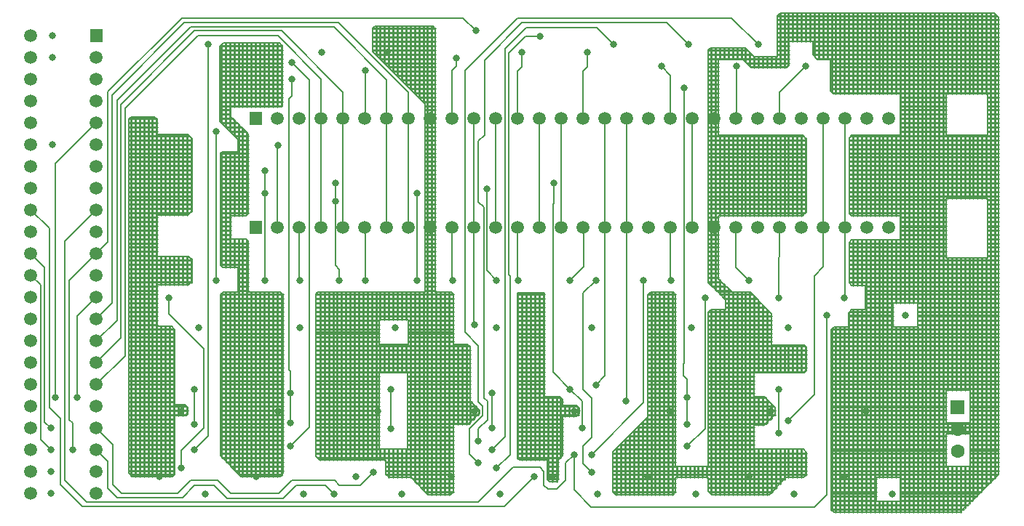
<source format=gbr>
%FSLAX34Y34*%
%MOMM*%
%LNCOPPER_BOTTOM*%
G71*
G01*
%ADD10C,1.600*%
%ADD11C,0.800*%
%ADD12C,1.500*%
%ADD13C,0.200*%
%ADD14C,0.250*%
%ADD15C,0.150*%
%LPD*%
G36*
X1098488Y291369D02*
X1114488Y291369D01*
X1114488Y275369D01*
X1098488Y275369D01*
X1098488Y291369D01*
G37*
X1106488Y257969D02*
G54D10*
D03*
X1106488Y232569D02*
G54D10*
D03*
X366712Y696913D02*
G54D11*
D03*
X442912Y696913D02*
G54D11*
D03*
X546100Y722312D02*
G54D11*
D03*
X523875Y690562D02*
G54D11*
D03*
X600075Y696912D02*
G54D11*
D03*
X676275Y696912D02*
G54D11*
D03*
X620712Y715962D02*
G54D11*
D03*
X234950Y706438D02*
G54D11*
D03*
X331787Y685800D02*
G54D11*
D03*
X331788Y665956D02*
G54D11*
D03*
X417512Y676275D02*
G54D11*
D03*
X706438Y706438D02*
G54D11*
D03*
X762000Y681038D02*
G54D11*
D03*
X793750Y706438D02*
G54D11*
D03*
X849312Y681038D02*
G54D11*
D03*
X874712Y706438D02*
G54D11*
D03*
X930275Y681038D02*
G54D11*
D03*
X244475Y604838D02*
G54D11*
D03*
X315912Y588962D02*
G54D11*
D03*
X300831Y559594D02*
G54D11*
D03*
X300831Y533400D02*
G54D11*
D03*
X382588Y544512D02*
G54D11*
D03*
X382588Y523875D02*
G54D11*
D03*
X477838Y533400D02*
G54D11*
D03*
X558800Y538162D02*
G54D11*
D03*
X636588Y544512D02*
G54D11*
D03*
X974725Y411162D02*
G54D11*
D03*
X898525Y411162D02*
G54D11*
D03*
X812800Y411162D02*
G54D11*
D03*
X863600Y431800D02*
G54D11*
D03*
X954088Y390525D02*
G54D11*
D03*
X773112Y431800D02*
G54D11*
D03*
X741362Y431800D02*
G54D11*
D03*
X685800Y431800D02*
G54D11*
D03*
X655638Y431800D02*
G54D11*
D03*
X595312Y431800D02*
G54D11*
D03*
X569912Y431800D02*
G54D11*
D03*
X519112Y431800D02*
G54D11*
D03*
X477838Y431800D02*
G54D11*
D03*
X417512Y431800D02*
G54D11*
D03*
X387350Y431800D02*
G54D11*
D03*
X341312Y431800D02*
G54D11*
D03*
X300831Y431800D02*
G54D11*
D03*
X244475Y431800D02*
G54D11*
D03*
X188912Y411162D02*
G54D11*
D03*
X223838Y376237D02*
G54D11*
D03*
X341312Y376237D02*
G54D11*
D03*
X452438Y376237D02*
G54D11*
D03*
X544512Y379412D02*
G54D11*
D03*
X569912Y376237D02*
G54D11*
D03*
X681038Y376237D02*
G54D11*
D03*
X796925Y376237D02*
G54D11*
D03*
X909638Y376237D02*
G54D11*
D03*
X1046162Y390525D02*
G54D11*
D03*
X1000125Y279400D02*
G54D11*
D03*
X889000Y279400D02*
G54D11*
D03*
X909638Y268288D02*
G54D11*
D03*
X898525Y304800D02*
G54D11*
D03*
X974725Y203200D02*
G54D11*
D03*
X863600Y203200D02*
G54D11*
D03*
X792162Y295275D02*
G54D11*
D03*
X771525Y279400D02*
G54D11*
D03*
X792162Y238125D02*
G54D11*
D03*
X746125Y203200D02*
G54D11*
D03*
X801687Y182563D02*
G54D11*
D03*
X915987Y182563D02*
G54D11*
D03*
X687387Y182563D02*
G54D11*
D03*
X635000Y203200D02*
G54D11*
D03*
X1030287Y182563D02*
G54D11*
D03*
X681038Y207962D02*
G54D11*
D03*
X681038Y228600D02*
G54D11*
D03*
X685800Y309562D02*
G54D11*
D03*
X655638Y304800D02*
G54D11*
D03*
X720725Y290512D02*
G54D11*
D03*
X660400Y279400D02*
G54D11*
D03*
X660400Y228600D02*
G54D11*
D03*
X544512Y279400D02*
G54D11*
D03*
X549275Y244475D02*
G54D11*
D03*
X549275Y219075D02*
G54D11*
D03*
X565150Y300038D02*
G54D11*
D03*
X565150Y259556D02*
G54D11*
D03*
X565150Y234156D02*
G54D11*
D03*
X569912Y212725D02*
G54D11*
D03*
X574675Y182563D02*
G54D11*
D03*
X614362Y203200D02*
G54D11*
D03*
X792162Y263525D02*
G54D11*
D03*
X669925Y259556D02*
G54D11*
D03*
X447675Y258762D02*
G54D11*
D03*
X447675Y304800D02*
G54D11*
D03*
X460375Y182563D02*
G54D11*
D03*
X517525Y203200D02*
G54D11*
D03*
X431800Y279400D02*
G54D11*
D03*
X427038Y207962D02*
G54D11*
D03*
X406400Y203200D02*
G54D11*
D03*
X381000Y182562D02*
G54D11*
D03*
X346075Y182563D02*
G54D11*
D03*
X231775Y182563D02*
G54D11*
D03*
X290513Y203200D02*
G54D11*
D03*
X330200Y238125D02*
G54D11*
D03*
X330200Y265112D02*
G54D11*
D03*
X330200Y300038D02*
G54D11*
D03*
X315912Y279400D02*
G54D11*
D03*
X219075Y304800D02*
G54D11*
D03*
X219075Y263525D02*
G54D11*
D03*
X219075Y234156D02*
G54D11*
D03*
X203200Y212725D02*
G54D11*
D03*
X177800Y203200D02*
G54D11*
D03*
X203200Y279400D02*
G54D11*
D03*
X898525Y254000D02*
G54D11*
D03*
G36*
X282668Y500503D02*
X297668Y500503D01*
X297668Y485503D01*
X282668Y485503D01*
X282668Y500503D01*
G37*
X315568Y493003D02*
G54D12*
D03*
X340968Y493003D02*
G54D12*
D03*
X366368Y493003D02*
G54D12*
D03*
X391768Y493003D02*
G54D12*
D03*
X417168Y493003D02*
G54D12*
D03*
X442568Y493003D02*
G54D12*
D03*
X467968Y493003D02*
G54D12*
D03*
X493368Y493003D02*
G54D12*
D03*
X518768Y493003D02*
G54D12*
D03*
X544168Y493003D02*
G54D12*
D03*
X569568Y493003D02*
G54D12*
D03*
X594968Y493003D02*
G54D12*
D03*
X620368Y493003D02*
G54D12*
D03*
X645768Y493003D02*
G54D12*
D03*
X671168Y493003D02*
G54D12*
D03*
X696568Y493003D02*
G54D12*
D03*
X721968Y493003D02*
G54D12*
D03*
X747368Y493003D02*
G54D12*
D03*
X772768Y493003D02*
G54D12*
D03*
X798168Y493003D02*
G54D12*
D03*
X823568Y493003D02*
G54D12*
D03*
X848968Y493003D02*
G54D12*
D03*
X874368Y493003D02*
G54D12*
D03*
X899768Y493003D02*
G54D12*
D03*
X925168Y493003D02*
G54D12*
D03*
X950568Y493003D02*
G54D12*
D03*
X975968Y493003D02*
G54D12*
D03*
X1001368Y493003D02*
G54D12*
D03*
X1026767Y493003D02*
G54D12*
D03*
G36*
X282668Y627503D02*
X297668Y627503D01*
X297668Y612503D01*
X282668Y612503D01*
X282668Y627503D01*
G37*
X315568Y620003D02*
G54D12*
D03*
X340968Y620003D02*
G54D12*
D03*
X366368Y620003D02*
G54D12*
D03*
X391768Y620003D02*
G54D12*
D03*
X417168Y620003D02*
G54D12*
D03*
X442568Y620003D02*
G54D12*
D03*
X467968Y620003D02*
G54D12*
D03*
X493368Y620003D02*
G54D12*
D03*
X518768Y620003D02*
G54D12*
D03*
X544168Y620003D02*
G54D12*
D03*
X569568Y620003D02*
G54D12*
D03*
X594968Y620003D02*
G54D12*
D03*
X620368Y620003D02*
G54D12*
D03*
X645768Y620003D02*
G54D12*
D03*
X671168Y620003D02*
G54D12*
D03*
X696568Y620003D02*
G54D12*
D03*
X721968Y620003D02*
G54D12*
D03*
X747368Y620003D02*
G54D12*
D03*
X772768Y620003D02*
G54D12*
D03*
X798168Y620003D02*
G54D12*
D03*
X823567Y620003D02*
G54D12*
D03*
X848968Y620003D02*
G54D12*
D03*
X874368Y620003D02*
G54D12*
D03*
X899768Y620003D02*
G54D12*
D03*
X925168Y620003D02*
G54D12*
D03*
X950568Y620003D02*
G54D12*
D03*
X975968Y620003D02*
G54D12*
D03*
X1001368Y620003D02*
G54D12*
D03*
X1026767Y620003D02*
G54D12*
D03*
G54D13*
X382588Y544512D02*
X382588Y449262D01*
X387350Y444500D01*
X387350Y431800D01*
G54D13*
X417512Y431800D02*
X417512Y492659D01*
X417168Y493003D01*
G54D13*
X477838Y431800D02*
X477838Y533400D01*
G54D13*
X655638Y431800D02*
X671512Y447675D01*
X671512Y492659D01*
X671168Y493003D01*
G54D13*
X772768Y493003D02*
X772768Y432144D01*
X773112Y431800D01*
G54D13*
X741362Y431800D02*
X741362Y288925D01*
X681038Y228600D01*
G54D13*
X792162Y263525D02*
X792162Y315912D01*
X787400Y320675D01*
G54D13*
X899768Y493003D02*
X899768Y459236D01*
X898525Y457994D01*
X898525Y411162D01*
G54D13*
X848968Y493003D02*
X848968Y446432D01*
X863600Y431800D01*
G54D13*
X812800Y411162D02*
X812800Y258762D01*
X792162Y238125D01*
G36*
X112209Y724256D02*
X112209Y709256D01*
X97209Y709256D01*
X97209Y724256D01*
X112209Y724256D01*
G37*
X28510Y716756D02*
G54D12*
D03*
X104709Y691356D02*
G54D12*
D03*
X28510Y691356D02*
G54D12*
D03*
X104709Y665956D02*
G54D12*
D03*
X28509Y665956D02*
G54D12*
D03*
X104709Y640556D02*
G54D12*
D03*
X28509Y640556D02*
G54D12*
D03*
X104709Y615156D02*
G54D12*
D03*
X28509Y615156D02*
G54D12*
D03*
X104709Y589756D02*
G54D12*
D03*
X28509Y589756D02*
G54D12*
D03*
X104709Y564356D02*
G54D12*
D03*
X28509Y564356D02*
G54D12*
D03*
X104709Y538956D02*
G54D12*
D03*
X28509Y538956D02*
G54D12*
D03*
X104709Y513556D02*
G54D12*
D03*
X28509Y513556D02*
G54D12*
D03*
X104709Y488156D02*
G54D12*
D03*
X28509Y488156D02*
G54D12*
D03*
X104709Y462756D02*
G54D12*
D03*
X28509Y462756D02*
G54D12*
D03*
X104709Y437356D02*
G54D12*
D03*
X28509Y437356D02*
G54D12*
D03*
X104709Y411956D02*
G54D12*
D03*
X28509Y411956D02*
G54D12*
D03*
X104709Y386556D02*
G54D12*
D03*
X28509Y386556D02*
G54D12*
D03*
X104709Y361156D02*
G54D12*
D03*
X28509Y361156D02*
G54D12*
D03*
X104709Y335756D02*
G54D12*
D03*
X28509Y335756D02*
G54D12*
D03*
X104709Y310356D02*
G54D12*
D03*
X28509Y310356D02*
G54D12*
D03*
X104709Y284956D02*
G54D12*
D03*
X28509Y284956D02*
G54D12*
D03*
X104709Y259556D02*
G54D12*
D03*
X28509Y259556D02*
G54D12*
D03*
X104709Y234156D02*
G54D12*
D03*
X28509Y234156D02*
G54D12*
D03*
X104709Y208755D02*
G54D12*
D03*
X28510Y208755D02*
G54D12*
D03*
X104709Y183356D02*
G54D12*
D03*
X28510Y183356D02*
G54D12*
D03*
X788194Y655638D02*
G54D11*
D03*
X51594Y208756D02*
G54D11*
D03*
X51594Y183356D02*
G54D11*
D03*
X51594Y234156D02*
G54D11*
D03*
X51594Y259556D02*
G54D11*
D03*
X76994Y234156D02*
G54D11*
D03*
X57150Y295275D02*
G54D11*
D03*
X82550Y295275D02*
G54D11*
D03*
X53181Y716756D02*
G54D11*
D03*
X53181Y691356D02*
G54D11*
D03*
X53181Y589756D02*
G54D11*
D03*
G54D13*
X104709Y615156D02*
X104709Y615090D01*
X57150Y567531D01*
X57150Y295275D01*
G54D13*
X82550Y295275D02*
X82550Y389796D01*
X104709Y411956D01*
G54D13*
X76994Y234156D02*
X76994Y265112D01*
X73025Y269081D01*
X73025Y431072D01*
X104709Y462756D01*
X104774Y462756D01*
X118269Y476250D01*
X118269Y651669D01*
X203994Y737394D01*
X531019Y737394D01*
X546100Y722312D01*
G54D13*
X28509Y437356D02*
X28576Y437356D01*
X39688Y426244D01*
X39688Y246062D01*
X51594Y234156D01*
G54D13*
X28509Y462756D02*
X28576Y462756D01*
X44450Y446881D01*
X44450Y266700D01*
X51594Y259556D01*
G54D13*
X28509Y513556D02*
X28576Y513556D01*
X50006Y492125D01*
X50006Y283369D01*
X62706Y270669D01*
X62706Y193675D01*
X88106Y168275D01*
X579438Y168275D01*
X614362Y203200D01*
G54D13*
X954088Y390525D02*
X954088Y181769D01*
X939800Y167481D01*
X680244Y167481D01*
X660400Y187325D01*
X660400Y228600D01*
X650875Y219075D01*
X650875Y198438D01*
X640556Y188119D01*
X630238Y188119D01*
X625475Y192881D01*
X625475Y208756D01*
X620712Y213519D01*
X589756Y213519D01*
X549275Y173038D01*
X93662Y173038D01*
X68262Y198438D01*
X68262Y477109D01*
X104709Y513556D01*
G54D13*
X219075Y304800D02*
X219075Y263525D01*
G54D13*
X188912Y411162D02*
X188912Y392112D01*
X229394Y351631D01*
X229394Y259556D01*
X203200Y233362D01*
X203200Y212725D01*
G54D13*
X234950Y706438D02*
X234950Y250031D01*
X219075Y234156D01*
G54D13*
X300831Y558800D02*
X300831Y533400D01*
X300831Y431800D01*
G54D13*
X340968Y493003D02*
X340968Y432144D01*
X341312Y431800D01*
G54D13*
X315568Y493003D02*
X315568Y588618D01*
X315912Y588962D01*
G54D13*
X331788Y665956D02*
X331788Y646112D01*
X328612Y642938D01*
X328612Y327025D01*
X330200Y325438D01*
X330200Y300038D01*
G54D13*
X331788Y685800D02*
X352425Y665162D01*
X352425Y260350D01*
X330200Y238125D01*
G54D13*
X330200Y300038D02*
X330200Y265112D01*
G54D13*
X447675Y304800D02*
X447675Y258762D01*
G54D13*
X565150Y300038D02*
X565150Y259556D01*
G54D13*
X104709Y234156D02*
X104776Y234156D01*
X118269Y220662D01*
X118269Y188912D01*
X128588Y178594D01*
X204788Y178594D01*
X219075Y192881D01*
X241300Y192881D01*
X256381Y177800D01*
X322262Y177800D01*
X337344Y192881D01*
X370681Y192881D01*
X381000Y182562D01*
G54D13*
X104709Y259556D02*
X104776Y259556D01*
X123825Y240506D01*
X123825Y193675D01*
X134144Y183356D01*
X199231Y183356D01*
X214312Y198438D01*
X246062Y198438D01*
X261144Y183356D01*
X316706Y183356D01*
X331788Y198438D01*
X381794Y198438D01*
X387350Y192881D01*
X411956Y192881D01*
X427038Y207962D01*
G54D13*
X671168Y620003D02*
X671168Y675137D01*
X676275Y680244D01*
X676275Y696912D01*
G54D13*
X594968Y620003D02*
X594968Y675137D01*
X600075Y680244D01*
X600075Y696912D01*
G54D13*
X772768Y620003D02*
X772768Y670270D01*
X762000Y681038D01*
G54D13*
X544168Y620003D02*
X544168Y493003D01*
X544168Y379757D01*
X544512Y379412D01*
G54D13*
X696568Y620003D02*
X696568Y493003D01*
X696568Y320330D01*
X685800Y309562D01*
G54D13*
X721968Y620003D02*
X721968Y493003D01*
X721968Y291756D01*
X720725Y290512D01*
G54D13*
X798168Y620003D02*
X798168Y493003D01*
G54D13*
X788194Y655638D02*
X788194Y334962D01*
X787400Y334169D01*
X787400Y320675D01*
G54D13*
X898525Y304800D02*
X898525Y254000D01*
G54D13*
X975968Y620003D02*
X975968Y493003D01*
X975968Y412405D01*
X974725Y411162D01*
G54D13*
X950568Y620003D02*
X950568Y493003D01*
X950568Y447330D01*
X939800Y436562D01*
X939800Y298450D01*
X909638Y268288D01*
G54D13*
X849312Y681038D02*
X849312Y620348D01*
X848968Y620003D01*
G54D13*
X899768Y620003D02*
X899768Y650530D01*
X930275Y681038D01*
G54D13*
X645768Y620003D02*
X645768Y493003D01*
G54D13*
X620368Y620003D02*
X620368Y493003D01*
G54D13*
X594968Y493003D02*
X594968Y432144D01*
X595312Y431800D01*
G54D13*
X569568Y620003D02*
X569568Y493003D01*
G54D13*
X518768Y493003D02*
X518768Y432144D01*
X519112Y431800D01*
G54D13*
X417512Y676275D02*
X417512Y620348D01*
X417168Y620003D01*
G54D13*
X518768Y620003D02*
X518768Y675930D01*
X523875Y681038D01*
X523875Y690562D01*
G54D13*
X366368Y493003D02*
X366368Y620003D01*
X366368Y666300D01*
X315912Y716756D01*
X223044Y716756D01*
X138112Y631825D01*
X138112Y343759D01*
X104709Y310356D01*
G54D13*
X391768Y493003D02*
X391768Y620003D01*
X391768Y650426D01*
X319881Y722312D01*
X219075Y722312D01*
X133350Y636588D01*
X133350Y364396D01*
X104709Y335756D01*
G54D13*
X442568Y493003D02*
X442568Y620003D01*
X442568Y665507D01*
X381000Y727075D01*
X214312Y727075D01*
X128588Y641350D01*
X128588Y385034D01*
X104709Y361156D01*
G54D13*
X467968Y493003D02*
X467968Y620003D01*
X467968Y650426D01*
X386556Y731838D01*
X207169Y731838D01*
X123031Y647700D01*
X123031Y404878D01*
X104709Y386556D01*
G54D13*
X685800Y431800D02*
X670719Y416719D01*
X670719Y304800D01*
X681038Y294481D01*
X681038Y248444D01*
X670719Y238125D01*
X670719Y218281D01*
X681038Y207962D01*
G54D13*
X669925Y259556D02*
X669925Y290512D01*
X655638Y304800D01*
X635794Y324644D01*
X635794Y520700D01*
X636588Y521494D01*
X636588Y544512D01*
G54D13*
X549275Y219075D02*
X538956Y229394D01*
X538956Y258762D01*
X554038Y273844D01*
X554038Y284956D01*
X549275Y289719D01*
X549275Y355600D01*
X533400Y371475D01*
X533400Y676275D01*
X594519Y737394D01*
X843756Y737394D01*
X874712Y706438D01*
G54D13*
X549275Y244475D02*
X549275Y258762D01*
X559594Y269081D01*
X559594Y290512D01*
X555625Y294481D01*
X555625Y516731D01*
X549275Y523081D01*
X549275Y593725D01*
X556419Y600869D01*
X556419Y688181D01*
X600075Y731838D01*
X768350Y731838D01*
X793750Y706438D01*
G54D13*
X565150Y234156D02*
X580231Y249238D01*
X580231Y701675D01*
X604838Y726281D01*
X686594Y726281D01*
X706438Y706438D01*
G54D13*
X569912Y212725D02*
X585788Y228600D01*
X585788Y436562D01*
X584200Y438150D01*
X584200Y696119D01*
X604044Y715962D01*
X620712Y715962D01*
G54D14*
X595000Y224150D02*
X595000Y416719D01*
X600000Y222250D02*
X600000Y416719D01*
X605000Y222250D02*
X605000Y416719D01*
X610000Y222250D02*
X610000Y416719D01*
X615000Y222250D02*
X615000Y416719D01*
X620000Y222250D02*
X620000Y416719D01*
X625000Y222250D02*
X625000Y416719D01*
X630000Y198675D02*
X630000Y296069D01*
X635000Y196850D02*
X635000Y296069D01*
X640000Y197088D02*
X640000Y296069D01*
X645000Y225106D02*
X645000Y294800D01*
X650000Y273050D02*
X650000Y285750D01*
X655000Y273050D02*
X655000Y285750D01*
X660000Y273050D02*
X660000Y285750D01*
X665000Y274475D02*
X665000Y284325D01*
X629444Y200000D02*
X642144Y200000D01*
X629444Y205000D02*
X642144Y205000D01*
X629444Y210000D02*
X642144Y210000D01*
X629444Y215000D02*
X642144Y215000D01*
X629444Y220000D02*
X642144Y220000D01*
X594519Y225000D02*
X644894Y225000D01*
X594519Y230000D02*
X646906Y230000D01*
X594519Y235000D02*
X646906Y235000D01*
X594519Y240000D02*
X646906Y240000D01*
X594519Y245000D02*
X646906Y245000D01*
X594519Y250000D02*
X646906Y250000D01*
X594519Y255000D02*
X646906Y255000D01*
X594519Y260000D02*
X646906Y260000D01*
X594519Y265000D02*
X646906Y265000D01*
X594519Y270000D02*
X646906Y270000D01*
X594519Y275000D02*
X665525Y275000D01*
X594519Y280000D02*
X666750Y280000D01*
X594519Y285000D02*
X664325Y285000D01*
X594519Y290000D02*
X646906Y290000D01*
X594519Y295000D02*
X644800Y295000D01*
X594519Y300000D02*
X626269Y300000D01*
X594519Y305000D02*
X626269Y305000D01*
X594519Y310000D02*
X626269Y310000D01*
X594519Y315000D02*
X626269Y315000D01*
X594519Y320000D02*
X626269Y320000D01*
X594519Y325000D02*
X626269Y325000D01*
X594519Y330000D02*
X626269Y330000D01*
X594519Y335000D02*
X626269Y335000D01*
X594519Y340000D02*
X626269Y340000D01*
X594519Y345000D02*
X626269Y345000D01*
X594519Y350000D02*
X626269Y350000D01*
X594519Y355000D02*
X626269Y355000D01*
X594519Y360000D02*
X626269Y360000D01*
X594519Y365000D02*
X626269Y365000D01*
X594519Y370000D02*
X626269Y370000D01*
X594519Y375000D02*
X626269Y375000D01*
X594519Y380000D02*
X626269Y380000D01*
X594519Y385000D02*
X626269Y385000D01*
X594519Y390000D02*
X626269Y390000D01*
X594519Y395000D02*
X626269Y395000D01*
X594519Y400000D02*
X626269Y400000D01*
X594519Y405000D02*
X626269Y405000D01*
X594519Y410000D02*
X626269Y410000D01*
X594519Y415000D02*
X626269Y415000D01*
G54D13*
X594519Y416719D02*
X626269Y416719D01*
X626269Y296069D01*
X643731Y296069D01*
X646906Y292894D01*
X646906Y285750D01*
X663575Y285750D01*
X666750Y282575D01*
X666750Y276225D01*
X663575Y273050D01*
X646906Y273050D01*
X646906Y227012D01*
X642144Y222250D01*
X642144Y199231D01*
X639762Y196850D01*
X631825Y196850D01*
X629444Y199231D01*
X629444Y221456D01*
X628650Y222250D01*
X596900Y222250D01*
X594519Y224631D01*
X594519Y416719D01*
G54D14*
X145000Y204250D02*
X145000Y622044D01*
X150000Y203200D02*
X150000Y622300D01*
X155000Y203200D02*
X155000Y622300D01*
X160000Y203200D02*
X160000Y622300D01*
X165000Y203200D02*
X165000Y622300D01*
X170000Y203200D02*
X170000Y622300D01*
X175000Y203200D02*
X175000Y619544D01*
X180000Y203200D02*
X180000Y377825D01*
X180000Y426244D02*
X180000Y459581D01*
X180000Y508000D02*
X180000Y601662D01*
X185000Y203200D02*
X185000Y377825D01*
X185000Y426244D02*
X185000Y459581D01*
X185000Y508000D02*
X185000Y601662D01*
X190000Y203200D02*
X190000Y377825D01*
X190000Y426244D02*
X190000Y459581D01*
X190000Y508000D02*
X190000Y601662D01*
X195000Y205319D02*
X195000Y374912D01*
X195000Y426244D02*
X195000Y459581D01*
X195000Y508000D02*
X195000Y601662D01*
X200000Y273844D02*
X200000Y286544D01*
X200000Y426244D02*
X200000Y459581D01*
X200000Y508000D02*
X200000Y601662D01*
X205000Y273844D02*
X205000Y286544D01*
X205000Y426244D02*
X205000Y459581D01*
X205000Y508000D02*
X205000Y601662D01*
X210000Y275881D02*
X210000Y284507D01*
X210000Y426244D02*
X210000Y459581D01*
X210000Y508000D02*
X210000Y601662D01*
X215000Y429313D02*
X215000Y456512D01*
X215000Y511863D02*
X215000Y597800D01*
X144250Y205000D02*
X194681Y205000D01*
X142081Y210000D02*
X195262Y210000D01*
X142081Y215000D02*
X195262Y215000D01*
X142081Y220000D02*
X195262Y220000D01*
X142081Y225000D02*
X195262Y225000D01*
X142081Y230000D02*
X195262Y230000D01*
X142081Y235000D02*
X195262Y235000D01*
X142081Y240000D02*
X195262Y240000D01*
X142081Y245000D02*
X195262Y245000D01*
X142081Y250000D02*
X195262Y250000D01*
X142081Y255000D02*
X195262Y255000D01*
X142081Y260000D02*
X195262Y260000D01*
X142081Y265000D02*
X195262Y265000D01*
X142081Y270000D02*
X195262Y270000D01*
X142081Y275000D02*
X209118Y275000D01*
X142081Y280000D02*
X211138Y280000D01*
X142081Y285000D02*
X209506Y285000D01*
X142081Y290000D02*
X195262Y290000D01*
X142081Y295000D02*
X195262Y295000D01*
X142081Y300000D02*
X195262Y300000D01*
X142081Y305000D02*
X195262Y305000D01*
X142081Y310000D02*
X195262Y310000D01*
X142081Y315000D02*
X195262Y315000D01*
X142081Y320000D02*
X195262Y320000D01*
X142081Y325000D02*
X195262Y325000D01*
X142081Y330000D02*
X195262Y330000D01*
X142081Y335000D02*
X195262Y335000D01*
X142081Y340000D02*
X195262Y340000D01*
X142081Y345000D02*
X195262Y345000D01*
X142081Y350000D02*
X195262Y350000D01*
X142081Y355000D02*
X195262Y355000D01*
X142081Y360000D02*
X195262Y360000D01*
X142081Y365000D02*
X195262Y365000D01*
X142081Y370000D02*
X195262Y370000D01*
X142081Y375000D02*
X194912Y375000D01*
X142081Y380000D02*
X175419Y380000D01*
X142081Y385000D02*
X175419Y385000D01*
X142081Y390000D02*
X175419Y390000D01*
X142081Y395000D02*
X175419Y395000D01*
X142081Y400000D02*
X175419Y400000D01*
X142081Y405000D02*
X175419Y405000D01*
X142081Y410000D02*
X175419Y410000D01*
X142081Y415000D02*
X175419Y415000D01*
X142081Y420000D02*
X175419Y420000D01*
X142081Y425000D02*
X175419Y425000D01*
X142081Y430000D02*
X215106Y430000D01*
X142081Y435000D02*
X215106Y435000D01*
X142081Y440000D02*
X215106Y440000D01*
X142081Y445000D02*
X215106Y445000D01*
X142081Y450000D02*
X215106Y450000D01*
X142081Y455000D02*
X215106Y455000D01*
X142081Y460000D02*
X175419Y460000D01*
X142081Y465000D02*
X175419Y465000D01*
X142081Y470000D02*
X175419Y470000D01*
X142081Y475000D02*
X175419Y475000D01*
X142081Y480000D02*
X175419Y480000D01*
X142081Y485000D02*
X175419Y485000D01*
X142081Y490000D02*
X175419Y490000D01*
X142081Y495000D02*
X175419Y495000D01*
X142081Y500000D02*
X175419Y500000D01*
X142081Y505000D02*
X175419Y505000D01*
X142081Y510000D02*
X213137Y510000D01*
X142081Y515000D02*
X215106Y515000D01*
X142081Y520000D02*
X215106Y520000D01*
X142081Y525000D02*
X215106Y525000D01*
X142081Y530000D02*
X215106Y530000D01*
X142081Y535000D02*
X215106Y535000D01*
X142081Y540000D02*
X215106Y540000D01*
X142081Y545000D02*
X215106Y545000D01*
X142081Y550000D02*
X215106Y550000D01*
X142081Y555000D02*
X215106Y555000D01*
X142081Y560000D02*
X215106Y560000D01*
X142081Y565000D02*
X215106Y565000D01*
X142081Y570000D02*
X215106Y570000D01*
X142081Y575000D02*
X215106Y575000D01*
X142081Y580000D02*
X215106Y580000D01*
X142081Y585000D02*
X215106Y585000D01*
X142081Y590000D02*
X215106Y590000D01*
X142081Y595000D02*
X215106Y595000D01*
X142081Y600000D02*
X212800Y600000D01*
X142081Y605000D02*
X175419Y605000D01*
X142081Y610000D02*
X175419Y610000D01*
X142081Y615000D02*
X175419Y615000D01*
X142956Y620000D02*
X174544Y620000D01*
G54D13*
X145256Y622300D02*
X172244Y622300D01*
X175419Y619125D01*
X175419Y602456D01*
X176212Y601662D01*
X211138Y601662D01*
X215106Y597694D01*
X215106Y511969D01*
X211138Y508000D01*
X175419Y508000D01*
X175419Y459581D01*
X211931Y459581D01*
X215106Y456406D01*
X215106Y429419D01*
X211931Y426244D01*
X175419Y426244D01*
X175419Y377825D01*
X192088Y377825D01*
X195262Y374650D01*
X195262Y286544D01*
X207962Y286544D01*
X211138Y283369D01*
X211138Y277019D01*
X207962Y273844D01*
X195262Y273844D01*
X195262Y205581D01*
X192881Y203200D01*
X146050Y203200D01*
X142081Y207169D01*
X142081Y619125D01*
X145256Y622300D01*
G54D13*
X244475Y431800D02*
X244475Y604838D01*
G54D14*
X250000Y226250D02*
X250000Y415893D01*
X250000Y448500D02*
X250000Y580200D01*
X250000Y615188D02*
X250000Y705612D01*
X255000Y221250D02*
X255000Y418306D01*
X255000Y446881D02*
X255000Y581025D01*
X255000Y610188D02*
X255000Y708025D01*
X260000Y216250D02*
X260000Y418306D01*
X260000Y446881D02*
X260000Y581025D01*
X260000Y605187D02*
X260000Y708025D01*
X265000Y211250D02*
X265000Y418306D01*
X265000Y446881D02*
X265000Y479425D01*
X265000Y507206D02*
X265000Y581025D01*
X265000Y600187D02*
X265000Y618444D01*
X265000Y634206D02*
X265000Y708025D01*
X270000Y206250D02*
X270000Y479425D01*
X270000Y507206D02*
X270000Y613444D01*
X270000Y634206D02*
X270000Y708025D01*
X275000Y203200D02*
X275000Y479425D01*
X275000Y507206D02*
X275000Y608444D01*
X275000Y634206D02*
X275000Y708025D01*
X280000Y203200D02*
X280000Y478032D01*
X280000Y508600D02*
X280000Y603444D01*
X280000Y634206D02*
X280000Y708025D01*
X285000Y203200D02*
X285000Y418306D01*
X285000Y634206D02*
X285000Y708025D01*
X290000Y203200D02*
X290000Y418306D01*
X290000Y634206D02*
X290000Y708025D01*
X295000Y203200D02*
X295000Y418306D01*
X295000Y634206D02*
X295000Y708025D01*
X300000Y203200D02*
X300000Y418306D01*
X300000Y634206D02*
X300000Y708025D01*
X305000Y203200D02*
X305000Y418306D01*
X305000Y634206D02*
X305000Y708025D01*
X310000Y203200D02*
X310000Y418306D01*
X310000Y634206D02*
X310000Y708025D01*
X315000Y203200D02*
X315000Y418306D01*
X315000Y634206D02*
X315000Y708025D01*
X320000Y204906D02*
X320000Y416600D01*
X320000Y635118D02*
X320000Y705525D01*
X271250Y205000D02*
X320094Y205000D01*
X266250Y210000D02*
X322262Y210000D01*
X261250Y215000D02*
X322262Y215000D01*
X256250Y220000D02*
X322262Y220000D01*
X251250Y225000D02*
X322262Y225000D01*
X249238Y230000D02*
X322262Y230000D01*
X249238Y235000D02*
X322262Y235000D01*
X249238Y240000D02*
X322262Y240000D01*
X249238Y245000D02*
X322262Y245000D01*
X249238Y250000D02*
X322262Y250000D01*
X249238Y255000D02*
X322262Y255000D01*
X249238Y260000D02*
X322262Y260000D01*
X249238Y265000D02*
X322262Y265000D01*
X249238Y270000D02*
X322262Y270000D01*
X249238Y275000D02*
X322262Y275000D01*
X249238Y280000D02*
X322262Y280000D01*
X249238Y285000D02*
X322262Y285000D01*
X249238Y290000D02*
X322262Y290000D01*
X249238Y295000D02*
X322262Y295000D01*
X249238Y300000D02*
X322262Y300000D01*
X249238Y305000D02*
X322262Y305000D01*
X249238Y310000D02*
X322262Y310000D01*
X249238Y315000D02*
X322262Y315000D01*
X249238Y320000D02*
X322262Y320000D01*
X249238Y325000D02*
X322262Y325000D01*
X249238Y330000D02*
X322262Y330000D01*
X249238Y335000D02*
X322262Y335000D01*
X249238Y340000D02*
X322262Y340000D01*
X249238Y345000D02*
X322262Y345000D01*
X249238Y350000D02*
X322262Y350000D01*
X249238Y355000D02*
X322262Y355000D01*
X249238Y360000D02*
X322262Y360000D01*
X249238Y365000D02*
X322262Y365000D01*
X249238Y370000D02*
X322262Y370000D01*
X249238Y375000D02*
X322262Y375000D01*
X249238Y380000D02*
X322262Y380000D01*
X249238Y385000D02*
X322262Y385000D01*
X249238Y390000D02*
X322262Y390000D01*
X249238Y395000D02*
X322262Y395000D01*
X249238Y400000D02*
X322262Y400000D01*
X249238Y405000D02*
X322262Y405000D01*
X249238Y410000D02*
X322262Y410000D01*
X249238Y415000D02*
X321600Y415000D01*
X269081Y420000D02*
X280988Y420000D01*
X269081Y425000D02*
X280988Y425000D01*
X269081Y430000D02*
X280988Y430000D01*
X269081Y435000D02*
X280988Y435000D01*
X269081Y440000D02*
X280988Y440000D01*
X269081Y445000D02*
X280988Y445000D01*
X249238Y450000D02*
X280988Y450000D01*
X249238Y455000D02*
X280988Y455000D01*
X249238Y460000D02*
X280988Y460000D01*
X249238Y465000D02*
X280988Y465000D01*
X249238Y470000D02*
X280988Y470000D01*
X249238Y475000D02*
X280988Y475000D01*
X249238Y480000D02*
X261144Y480000D01*
X249238Y485000D02*
X261144Y485000D01*
X249238Y490000D02*
X261144Y490000D01*
X249238Y495000D02*
X261144Y495000D01*
X249238Y500000D02*
X261144Y500000D01*
X249238Y505000D02*
X261144Y505000D01*
X249238Y510000D02*
X280988Y510000D01*
X249238Y515000D02*
X280988Y515000D01*
X249238Y520000D02*
X280988Y520000D01*
X249238Y525000D02*
X280988Y525000D01*
X249238Y530000D02*
X280988Y530000D01*
X249238Y535000D02*
X280988Y535000D01*
X249238Y540000D02*
X280988Y540000D01*
X249238Y545000D02*
X280988Y545000D01*
X249238Y550000D02*
X280988Y550000D01*
X249238Y555000D02*
X280988Y555000D01*
X249238Y560000D02*
X280988Y560000D01*
X249238Y565000D02*
X280988Y565000D01*
X249238Y570000D02*
X280988Y570000D01*
X249238Y575000D02*
X280988Y575000D01*
X249800Y580000D02*
X280988Y580000D01*
X269081Y585000D02*
X280988Y585000D01*
X269081Y590000D02*
X280988Y590000D01*
X269081Y595000D02*
X280988Y595000D01*
X265187Y600000D02*
X280988Y600000D01*
X260187Y605000D02*
X278444Y605000D01*
X255188Y610000D02*
X273444Y610000D01*
X250188Y615000D02*
X268444Y615000D01*
X248444Y620000D02*
X263444Y620000D01*
X248444Y625000D02*
X260350Y625000D01*
X248444Y630000D02*
X260350Y630000D01*
X248444Y635000D02*
X319882Y635000D01*
X248444Y640000D02*
X321469Y640000D01*
X248444Y645000D02*
X321469Y645000D01*
X248444Y650000D02*
X321469Y650000D01*
X248444Y655000D02*
X321469Y655000D01*
X248444Y660000D02*
X321469Y660000D01*
X248444Y665000D02*
X321469Y665000D01*
X248444Y670000D02*
X321469Y670000D01*
X248444Y675000D02*
X321469Y675000D01*
X248444Y680000D02*
X321469Y680000D01*
X248444Y685000D02*
X321469Y685000D01*
X248444Y690000D02*
X321469Y690000D01*
X248444Y695000D02*
X321469Y695000D01*
X248444Y700000D02*
X321469Y700000D01*
X249388Y705000D02*
X320525Y705000D01*
G54D13*
X248444Y704056D02*
X252412Y708025D01*
X317500Y708025D01*
X321469Y704056D01*
X321469Y636588D01*
X319088Y634206D01*
X260350Y634206D01*
X260350Y623094D01*
X280988Y602456D01*
X280988Y509588D01*
X278606Y507206D01*
X261144Y507206D01*
X261144Y479425D01*
X278606Y479425D01*
X280988Y477044D01*
X280988Y418306D01*
X318294Y418306D01*
X322262Y414338D01*
X322262Y207169D01*
X318294Y203200D01*
X273050Y203200D01*
X249238Y227012D01*
X249238Y415131D01*
X252412Y418306D01*
X269081Y418306D01*
X269081Y446881D01*
X251619Y446881D01*
X249238Y449262D01*
X249238Y579438D01*
X250825Y581025D01*
X269081Y581025D01*
X269081Y596106D01*
X248444Y616744D01*
X248444Y704056D01*
G54D14*
X365000Y371475D02*
X365000Y418306D01*
X370000Y371475D02*
X370000Y418306D01*
X375000Y371475D02*
X375000Y418306D01*
X380000Y371475D02*
X380000Y418306D01*
X385000Y371475D02*
X385000Y418306D01*
X390000Y371475D02*
X390000Y418306D01*
X395000Y371475D02*
X395000Y418306D01*
X400000Y371475D02*
X400000Y418306D01*
X405000Y371475D02*
X405000Y418306D01*
X410000Y371475D02*
X410000Y418306D01*
X415000Y371475D02*
X415000Y418306D01*
X420000Y371475D02*
X420000Y418306D01*
X425000Y371475D02*
X425000Y418306D01*
X430000Y371475D02*
X430000Y418306D01*
X430000Y694744D02*
X430000Y727869D01*
X435000Y385762D02*
X435000Y418306D01*
X435000Y689744D02*
X435000Y727869D01*
X440000Y385762D02*
X440000Y418306D01*
X440000Y684744D02*
X440000Y727869D01*
X445000Y385762D02*
X445000Y418306D01*
X445000Y679744D02*
X445000Y727869D01*
X450000Y385762D02*
X450000Y418306D01*
X450000Y674744D02*
X450000Y727869D01*
X455000Y385762D02*
X455000Y418306D01*
X455000Y669744D02*
X455000Y727869D01*
X460000Y385762D02*
X460000Y418306D01*
X460000Y664743D02*
X460000Y727869D01*
X465000Y385762D02*
X465000Y418306D01*
X465000Y659743D02*
X465000Y727869D01*
X470000Y371475D02*
X470000Y418306D01*
X470000Y654743D02*
X470000Y727869D01*
X475000Y371475D02*
X475000Y418306D01*
X475000Y649743D02*
X475000Y727869D01*
X480000Y371475D02*
X480000Y418306D01*
X480000Y644743D02*
X480000Y727869D01*
X485000Y371475D02*
X485000Y418306D01*
X485000Y639743D02*
X485000Y727869D01*
X490000Y371475D02*
X490000Y727869D01*
X495000Y371475D02*
X495000Y727869D01*
X500000Y371475D02*
X500000Y417512D01*
X505000Y371475D02*
X505000Y417512D01*
X510000Y371475D02*
X510000Y417512D01*
X515000Y371475D02*
X515000Y417512D01*
X360362Y375000D02*
X433388Y375000D01*
X467519Y375000D02*
X519906Y375000D01*
X360362Y380000D02*
X433388Y380000D01*
X467519Y380000D02*
X519906Y380000D01*
X360362Y385000D02*
X433419Y385000D01*
X467488Y385000D02*
X519906Y385000D01*
X360362Y390000D02*
X519906Y390000D01*
X360362Y395000D02*
X519906Y395000D01*
X360362Y400000D02*
X519906Y400000D01*
X360362Y405000D02*
X519906Y405000D01*
X360362Y410000D02*
X519906Y410000D01*
X360362Y415000D02*
X519906Y415000D01*
X487362Y420000D02*
X499269Y420000D01*
X487362Y425000D02*
X499269Y425000D01*
X487362Y430000D02*
X499269Y430000D01*
X487362Y435000D02*
X499269Y435000D01*
X487362Y440000D02*
X499269Y440000D01*
X487362Y445000D02*
X499269Y445000D01*
X487362Y450000D02*
X499269Y450000D01*
X487362Y455000D02*
X499269Y455000D01*
X487362Y460000D02*
X499269Y460000D01*
X487362Y465000D02*
X499269Y465000D01*
X487362Y470000D02*
X499269Y470000D01*
X487362Y475000D02*
X499269Y475000D01*
X487362Y480000D02*
X499269Y480000D01*
X487362Y485000D02*
X499269Y485000D01*
X487362Y490000D02*
X499269Y490000D01*
X487362Y495000D02*
X499269Y495000D01*
X487362Y500000D02*
X499269Y500000D01*
X487362Y505000D02*
X499269Y505000D01*
X487362Y510000D02*
X499269Y510000D01*
X487362Y515000D02*
X499269Y515000D01*
X487362Y520000D02*
X499269Y520000D01*
X487362Y525000D02*
X499269Y525000D01*
X487362Y530000D02*
X499269Y530000D01*
X487362Y535000D02*
X499269Y535000D01*
X487362Y540000D02*
X499269Y540000D01*
X487362Y545000D02*
X499269Y545000D01*
X487362Y550000D02*
X499269Y550000D01*
X487362Y555000D02*
X499269Y555000D01*
X487362Y560000D02*
X499269Y560000D01*
X487362Y565000D02*
X499269Y565000D01*
X487362Y570000D02*
X499269Y570000D01*
X487362Y575000D02*
X499269Y575000D01*
X487362Y580000D02*
X499269Y580000D01*
X487362Y585000D02*
X499269Y585000D01*
X487362Y590000D02*
X499269Y590000D01*
X487362Y595000D02*
X499269Y595000D01*
X487362Y600000D02*
X499269Y600000D01*
X487362Y605000D02*
X499269Y605000D01*
X487362Y610000D02*
X499269Y610000D01*
X487362Y615000D02*
X499269Y615000D01*
X487362Y620000D02*
X499269Y620000D01*
X487362Y625000D02*
X499269Y625000D01*
X487362Y630000D02*
X499269Y630000D01*
X487362Y635000D02*
X499269Y635000D01*
X484743Y640000D02*
X499269Y640000D01*
X479743Y645000D02*
X499269Y645000D01*
X474743Y650000D02*
X499269Y650000D01*
X469743Y655000D02*
X499269Y655000D01*
X464743Y660000D02*
X499269Y660000D01*
X459743Y665000D02*
X499269Y665000D01*
X454744Y670000D02*
X499269Y670000D01*
X449744Y675000D02*
X499269Y675000D01*
X444744Y680000D02*
X499269Y680000D01*
X439744Y685000D02*
X499269Y685000D01*
X434744Y690000D02*
X499269Y690000D01*
X429744Y695000D02*
X499269Y695000D01*
X426244Y700000D02*
X499269Y700000D01*
X426244Y705000D02*
X499269Y705000D01*
X426244Y710000D02*
X499269Y710000D01*
X426244Y715000D02*
X499269Y715000D01*
X426244Y720000D02*
X499269Y720000D01*
X426244Y725000D02*
X498963Y725000D01*
G54D15*
X496094Y727869D02*
X499269Y724694D01*
X499269Y417512D01*
X517525Y417512D01*
X519906Y415131D01*
X519906Y371475D01*
X467519Y371475D01*
X467519Y384969D01*
X466725Y385762D01*
X434181Y385762D01*
X433388Y384969D01*
X433388Y371475D01*
X360362Y371475D01*
X360362Y415925D01*
X362744Y418306D01*
X487362Y418306D01*
X487362Y637381D01*
X426244Y698500D01*
X426244Y725488D01*
X428625Y727869D01*
X496094Y727869D01*
G54D14*
X365000Y279400D02*
X365000Y371475D01*
X370000Y279400D02*
X370000Y371475D01*
X375000Y279400D02*
X375000Y371475D01*
X380000Y279400D02*
X380000Y371475D01*
X385000Y279400D02*
X385000Y371475D01*
X390000Y279400D02*
X390000Y371475D01*
X395000Y279400D02*
X395000Y371475D01*
X400000Y279400D02*
X400000Y371475D01*
X405000Y279400D02*
X405000Y371475D01*
X410000Y279400D02*
X410000Y371475D01*
X415000Y279400D02*
X415000Y371475D01*
X420000Y279400D02*
X420000Y371475D01*
X425000Y279400D02*
X425000Y371475D01*
X430000Y279400D02*
X430000Y371475D01*
X435000Y324644D02*
X435000Y357188D01*
X440000Y324644D02*
X440000Y357188D01*
X445000Y324644D02*
X445000Y357188D01*
X450000Y324644D02*
X450000Y357188D01*
X455000Y324644D02*
X455000Y357188D01*
X460000Y324644D02*
X460000Y357188D01*
X465000Y324644D02*
X465000Y357188D01*
X470000Y279400D02*
X470000Y371475D01*
X475000Y279400D02*
X475000Y371475D01*
X480000Y279400D02*
X480000Y371475D01*
X485000Y279400D02*
X485000Y371475D01*
X490000Y279400D02*
X490000Y371475D01*
X495000Y279400D02*
X495000Y371475D01*
X500000Y279400D02*
X500000Y371475D01*
X505000Y279400D02*
X505000Y371475D01*
X510000Y279400D02*
X510000Y371475D01*
X515000Y279400D02*
X515000Y371475D01*
X520000Y279400D02*
X520000Y357188D01*
X525000Y279400D02*
X525000Y357188D01*
X530000Y279400D02*
X530000Y357188D01*
X535000Y279400D02*
X535000Y357188D01*
X540000Y279400D02*
X540000Y291056D01*
X545000Y279400D02*
X545000Y286057D01*
X550000Y279400D02*
X550000Y281057D01*
X360362Y280000D02*
X432400Y280000D01*
X466725Y280000D02*
X550069Y280000D01*
X360362Y285000D02*
X433388Y285000D01*
X466725Y285000D02*
X546057Y285000D01*
X360362Y290000D02*
X433388Y290000D01*
X466725Y290000D02*
X541056Y290000D01*
X360362Y295000D02*
X433388Y295000D01*
X466725Y295000D02*
X539750Y295000D01*
X360362Y300000D02*
X433388Y300000D01*
X466725Y300000D02*
X539750Y300000D01*
X360362Y305000D02*
X433388Y305000D01*
X466725Y305000D02*
X539750Y305000D01*
X360362Y310000D02*
X433388Y310000D01*
X466725Y310000D02*
X539750Y310000D01*
X360362Y315000D02*
X433388Y315000D01*
X466725Y315000D02*
X539750Y315000D01*
X360362Y320000D02*
X433388Y320000D01*
X466725Y320000D02*
X539750Y320000D01*
X360362Y325000D02*
X539750Y325000D01*
X360362Y330000D02*
X539750Y330000D01*
X360362Y335000D02*
X539750Y335000D01*
X360362Y340000D02*
X539750Y340000D01*
X360362Y345000D02*
X539750Y345000D01*
X360362Y350000D02*
X539750Y350000D01*
X360362Y355000D02*
X538762Y355000D01*
X360362Y360000D02*
X433388Y360000D01*
X467519Y360000D02*
X519906Y360000D01*
X360362Y365000D02*
X433388Y365000D01*
X467519Y365000D02*
X519906Y365000D01*
X360362Y370000D02*
X433388Y370000D01*
X467519Y370000D02*
X519906Y370000D01*
G54D15*
X433388Y371475D02*
X433388Y357188D01*
X467519Y357188D01*
X467519Y371475D01*
X519906Y371475D01*
X519906Y357188D01*
X536575Y357188D01*
X539750Y354012D01*
X539750Y291306D01*
X550069Y280988D01*
X550069Y279400D01*
X466725Y279400D01*
X466725Y324644D01*
X433388Y324644D01*
X433388Y280988D01*
X431800Y279400D01*
X360362Y279400D01*
X360362Y371475D01*
X433388Y371475D01*
G54D14*
X365000Y222250D02*
X365000Y279400D01*
X370000Y222250D02*
X370000Y279400D01*
X375000Y222250D02*
X375000Y279400D01*
X380000Y222250D02*
X380000Y279400D01*
X385000Y222250D02*
X385000Y279400D01*
X390000Y222250D02*
X390000Y279400D01*
X395000Y222250D02*
X395000Y279400D01*
X400000Y222250D02*
X400000Y279400D01*
X405000Y222250D02*
X405000Y279400D01*
X410000Y222250D02*
X410000Y279400D01*
X415000Y222250D02*
X415000Y279400D01*
X420000Y222250D02*
X420000Y279400D01*
X425000Y222250D02*
X425000Y279400D01*
X430000Y222250D02*
X430000Y279400D01*
X435000Y222250D02*
X435000Y234950D01*
X440000Y222250D02*
X440000Y234950D01*
X445000Y201906D02*
X445000Y234950D01*
X450000Y201612D02*
X450000Y234950D01*
X455000Y201612D02*
X455000Y234950D01*
X460000Y201612D02*
X460000Y234950D01*
X465000Y201612D02*
X465000Y234950D01*
X470000Y201612D02*
X470000Y279400D01*
X475000Y197306D02*
X475000Y279400D01*
X480000Y192306D02*
X480000Y279400D01*
X485000Y187307D02*
X485000Y279400D01*
X490000Y182307D02*
X490000Y279400D01*
X495000Y181769D02*
X495000Y279400D01*
X500000Y181769D02*
X500000Y279400D01*
X505000Y181769D02*
X505000Y279400D01*
X510000Y181769D02*
X510000Y279400D01*
X515000Y181769D02*
X515000Y279400D01*
X520000Y263525D02*
X520000Y279400D01*
X525000Y263525D02*
X525000Y279400D01*
X530000Y263525D02*
X530000Y279400D01*
X535000Y263525D02*
X535000Y279400D01*
X540000Y266156D02*
X540000Y279400D01*
X545000Y271156D02*
X545000Y279400D01*
X550000Y276156D02*
X550000Y279400D01*
X487307Y185000D02*
X519906Y185000D01*
X482307Y190000D02*
X519906Y190000D01*
X477306Y195000D02*
X519906Y195000D01*
X472306Y200000D02*
X519906Y200000D01*
X441906Y205000D02*
X519906Y205000D01*
X441325Y210000D02*
X519906Y210000D01*
X441325Y215000D02*
X519906Y215000D01*
X441325Y220000D02*
X519906Y220000D01*
X361581Y225000D02*
X519906Y225000D01*
X360362Y230000D02*
X519906Y230000D01*
X360362Y235000D02*
X433388Y235000D01*
X466725Y235000D02*
X519906Y235000D01*
X360362Y240000D02*
X433388Y240000D01*
X466725Y240000D02*
X519906Y240000D01*
X360362Y245000D02*
X433388Y245000D01*
X466725Y245000D02*
X519906Y245000D01*
X360362Y250000D02*
X433388Y250000D01*
X466725Y250000D02*
X519906Y250000D01*
X360362Y255000D02*
X433388Y255000D01*
X466725Y255000D02*
X519906Y255000D01*
X360362Y260000D02*
X433388Y260000D01*
X466725Y260000D02*
X519906Y260000D01*
X360362Y265000D02*
X433388Y265000D01*
X466725Y265000D02*
X538844Y265000D01*
X360362Y270000D02*
X433388Y270000D01*
X466725Y270000D02*
X543844Y270000D01*
X360362Y275000D02*
X433388Y275000D01*
X466725Y275000D02*
X548844Y275000D01*
G54D15*
X360362Y279400D02*
X360362Y226219D01*
X364331Y222250D01*
X441325Y222250D01*
X441325Y205581D01*
X445294Y201612D01*
X470694Y201612D01*
X490538Y181769D01*
X516731Y181769D01*
X519906Y184944D01*
X519906Y263525D01*
X537369Y263525D01*
X550069Y276225D01*
X550069Y279400D01*
X466725Y279400D01*
X466725Y234950D01*
X433388Y234950D01*
X433388Y277812D01*
X431800Y279400D01*
X360362Y279400D01*
G54D14*
X710000Y181769D02*
X710000Y236131D01*
X715000Y181769D02*
X715000Y241131D01*
X720000Y181769D02*
X720000Y246131D01*
X725000Y181769D02*
X725000Y251131D01*
X730000Y181769D02*
X730000Y256131D01*
X735000Y181769D02*
X735000Y261131D01*
X740000Y181769D02*
X740000Y266131D01*
X745000Y181769D02*
X745000Y271131D01*
X750000Y181769D02*
X750000Y417512D01*
X755000Y181769D02*
X755000Y417512D01*
X760000Y181769D02*
X760000Y417512D01*
X765000Y181769D02*
X765000Y417512D01*
X770000Y181769D02*
X770000Y417512D01*
X775000Y181769D02*
X775000Y417512D01*
X780000Y201612D02*
X780000Y214312D01*
X785000Y201612D02*
X785000Y214312D01*
X790000Y201612D02*
X790000Y214312D01*
X795000Y201612D02*
X795000Y214312D01*
X800000Y201612D02*
X800000Y214312D01*
X805000Y201612D02*
X805000Y214312D01*
X810000Y201612D02*
X810000Y214312D01*
X815000Y201612D02*
X815000Y214312D01*
X820000Y182507D02*
X820000Y397669D01*
X825000Y181769D02*
X825000Y397669D01*
X830000Y181769D02*
X830000Y397669D01*
X830000Y415393D02*
X830000Y417512D01*
X835000Y181769D02*
X835000Y397669D01*
X835000Y410393D02*
X835000Y417512D01*
X840000Y181769D02*
X840000Y417512D01*
X845000Y181769D02*
X845000Y417512D01*
X850000Y181769D02*
X850000Y417512D01*
X855000Y181769D02*
X855000Y417512D01*
X860000Y181769D02*
X860000Y417512D01*
X865000Y181769D02*
X865000Y417512D01*
X870000Y181769D02*
X870000Y234950D01*
X870000Y262731D02*
X870000Y296069D01*
X870000Y324644D02*
X870000Y412700D01*
X875000Y181769D02*
X875000Y234950D01*
X875000Y262731D02*
X875000Y296069D01*
X875000Y324644D02*
X875000Y407700D01*
X880000Y181769D02*
X880000Y234950D01*
X880000Y262731D02*
X880000Y296069D01*
X880000Y324644D02*
X880000Y402700D01*
X885000Y181769D02*
X885000Y234950D01*
X885000Y265875D02*
X885000Y292925D01*
X885000Y324644D02*
X885000Y397700D01*
X890000Y184357D02*
X890000Y234950D01*
X890000Y270875D02*
X890000Y287925D01*
X890000Y324644D02*
X890000Y356394D01*
X895000Y189357D02*
X895000Y234950D01*
X895000Y324644D02*
X895000Y356394D01*
X900000Y194356D02*
X900000Y234950D01*
X900000Y324644D02*
X900000Y356394D01*
X905000Y199356D02*
X905000Y234950D01*
X905000Y324644D02*
X905000Y356394D01*
X910000Y201612D02*
X910000Y234950D01*
X910000Y324644D02*
X910000Y356394D01*
X915000Y201612D02*
X915000Y234950D01*
X915000Y324644D02*
X915000Y356394D01*
X920000Y201612D02*
X920000Y234950D01*
X920000Y324644D02*
X920000Y356394D01*
X925000Y201612D02*
X925000Y234950D01*
X925000Y324644D02*
X925000Y356394D01*
X930000Y204512D02*
X930000Y232050D01*
X930000Y326750D02*
X930000Y354288D01*
X705644Y185000D02*
X778669Y185000D01*
X817507Y185000D02*
X890643Y185000D01*
X705644Y190000D02*
X778669Y190000D01*
X816769Y190000D02*
X895643Y190000D01*
X705644Y195000D02*
X778669Y195000D01*
X816769Y195000D02*
X900644Y195000D01*
X705644Y200000D02*
X778669Y200000D01*
X816769Y200000D02*
X905644Y200000D01*
X705644Y205000D02*
X930488Y205000D01*
X705644Y210000D02*
X931069Y210000D01*
X705644Y215000D02*
X778669Y215000D01*
X816769Y215000D02*
X931069Y215000D01*
X705644Y220000D02*
X778669Y220000D01*
X816769Y220000D02*
X931069Y220000D01*
X705644Y225000D02*
X778669Y225000D01*
X816769Y225000D02*
X931069Y225000D01*
X705644Y230000D02*
X778669Y230000D01*
X816769Y230000D02*
X931069Y230000D01*
X708869Y235000D02*
X778669Y235000D01*
X816769Y235000D02*
X869950Y235000D01*
X713869Y240000D02*
X778669Y240000D01*
X816769Y240000D02*
X869950Y240000D01*
X718869Y245000D02*
X778669Y245000D01*
X816769Y245000D02*
X869950Y245000D01*
X723869Y250000D02*
X778669Y250000D01*
X816769Y250000D02*
X869950Y250000D01*
X728869Y255000D02*
X778669Y255000D01*
X816769Y255000D02*
X869950Y255000D01*
X733869Y260000D02*
X778669Y260000D01*
X816769Y260000D02*
X869950Y260000D01*
X738869Y265000D02*
X778669Y265000D01*
X816769Y265000D02*
X884125Y265000D01*
X743869Y270000D02*
X778669Y270000D01*
X816769Y270000D02*
X889125Y270000D01*
X746125Y275000D02*
X778669Y275000D01*
X816769Y275000D02*
X894125Y275000D01*
X746125Y280000D02*
X778669Y280000D01*
X816769Y280000D02*
X894556Y280000D01*
X746125Y285000D02*
X778669Y285000D01*
X816769Y285000D02*
X892925Y285000D01*
X746125Y290000D02*
X778669Y290000D01*
X816769Y290000D02*
X887925Y290000D01*
X746125Y295000D02*
X778669Y295000D01*
X816769Y295000D02*
X882925Y295000D01*
X746125Y300000D02*
X778669Y300000D01*
X816769Y300000D02*
X869950Y300000D01*
X746125Y305000D02*
X778669Y305000D01*
X816769Y305000D02*
X869950Y305000D01*
X746125Y310000D02*
X778669Y310000D01*
X816769Y310000D02*
X869950Y310000D01*
X746125Y315000D02*
X778669Y315000D01*
X816769Y315000D02*
X869950Y315000D01*
X746125Y320000D02*
X778669Y320000D01*
X816769Y320000D02*
X869950Y320000D01*
X746125Y325000D02*
X778669Y325000D01*
X816769Y325000D02*
X928250Y325000D01*
X746125Y330000D02*
X778669Y330000D01*
X816769Y330000D02*
X931069Y330000D01*
X746125Y335000D02*
X778669Y335000D01*
X816769Y335000D02*
X931069Y335000D01*
X746125Y340000D02*
X778669Y340000D01*
X816769Y340000D02*
X931069Y340000D01*
X746125Y345000D02*
X778669Y345000D01*
X816769Y345000D02*
X931069Y345000D01*
X746125Y350000D02*
X778669Y350000D01*
X816769Y350000D02*
X931069Y350000D01*
X746125Y355000D02*
X778669Y355000D01*
X816769Y355000D02*
X929288Y355000D01*
X746125Y360000D02*
X778669Y360000D01*
X816769Y360000D02*
X889794Y360000D01*
X746125Y365000D02*
X778669Y365000D01*
X816769Y365000D02*
X889794Y365000D01*
X746125Y370000D02*
X778669Y370000D01*
X816769Y370000D02*
X889794Y370000D01*
X746125Y375000D02*
X778669Y375000D01*
X816769Y375000D02*
X889794Y375000D01*
X746125Y380000D02*
X778669Y380000D01*
X816769Y380000D02*
X889794Y380000D01*
X746125Y385000D02*
X778669Y385000D01*
X816769Y385000D02*
X889794Y385000D01*
X746125Y390000D02*
X778669Y390000D01*
X816769Y390000D02*
X889794Y390000D01*
X746125Y395000D02*
X778669Y395000D01*
X817275Y395000D02*
X887700Y395000D01*
X746125Y400000D02*
X778669Y400000D01*
X836612Y400000D02*
X882700Y400000D01*
X746125Y405000D02*
X778669Y405000D01*
X836612Y405000D02*
X877700Y405000D01*
X746125Y410000D02*
X778669Y410000D01*
X835393Y410000D02*
X872700Y410000D01*
X746787Y415000D02*
X778007Y415000D01*
X830393Y415000D02*
X867700Y415000D01*
G54D15*
X749300Y417512D02*
X746125Y414338D01*
X746125Y272256D01*
X705644Y231775D01*
X705644Y184944D01*
X708819Y181769D01*
X775494Y181769D01*
X778669Y184944D01*
X778669Y201612D01*
X816769Y201612D01*
X816769Y185738D01*
X820738Y181769D01*
X887412Y181769D01*
X907256Y201612D01*
X927100Y201612D01*
X931069Y205581D01*
X931069Y230981D01*
X927100Y234950D01*
X869950Y234950D01*
X869950Y262731D01*
X881856Y262731D01*
X894556Y275431D01*
X894556Y283369D01*
X881856Y296069D01*
X869950Y296069D01*
X869950Y324644D01*
X927894Y324644D01*
X931069Y327819D01*
X931069Y353219D01*
X927894Y356394D01*
X889794Y356394D01*
X889794Y392906D01*
X865188Y417512D01*
X827881Y417512D01*
X836612Y408781D01*
X836612Y397669D01*
X819944Y397669D01*
X816769Y394494D01*
X816769Y214312D01*
X778669Y214312D01*
X778669Y414338D01*
X775494Y417512D01*
X749300Y417512D01*
G54D14*
X820000Y425394D02*
X820000Y702469D01*
X825000Y420393D02*
X825000Y702469D01*
X830000Y417512D02*
X830000Y432063D01*
X830000Y507206D02*
X830000Y600869D01*
X830000Y689769D02*
X830000Y702469D01*
X835000Y417512D02*
X835000Y427063D01*
X835000Y507206D02*
X835000Y600869D01*
X835000Y689769D02*
X835000Y702469D01*
X840000Y417512D02*
X840000Y422062D01*
X840000Y507206D02*
X840000Y600869D01*
X840000Y689769D02*
X840000Y702469D01*
X845000Y507206D02*
X845000Y600869D01*
X845000Y689769D02*
X845000Y702469D01*
X850000Y507206D02*
X850000Y600869D01*
X850000Y689769D02*
X850000Y702469D01*
X855000Y507206D02*
X855000Y600869D01*
X855000Y689769D02*
X855000Y702469D01*
X860000Y507206D02*
X860000Y600869D01*
X860000Y686225D02*
X860000Y702100D01*
X865000Y507206D02*
X865000Y600869D01*
X865000Y681225D02*
X865000Y697100D01*
X870000Y507206D02*
X870000Y600869D01*
X870000Y679450D02*
X870000Y692150D01*
X875000Y507206D02*
X875000Y600869D01*
X875000Y679450D02*
X875000Y692150D01*
X880000Y507206D02*
X880000Y600869D01*
X880000Y679450D02*
X880000Y692150D01*
X885000Y507206D02*
X885000Y600869D01*
X885000Y679450D02*
X885000Y692150D01*
X890000Y507206D02*
X890000Y600869D01*
X890000Y679450D02*
X890000Y692150D01*
X895000Y507206D02*
X895000Y600869D01*
X895000Y679450D02*
X895000Y692150D01*
X900000Y507206D02*
X900000Y600869D01*
X900000Y679450D02*
X900000Y710406D01*
X905000Y507206D02*
X905000Y600869D01*
X905000Y679450D02*
X905000Y710406D01*
X910000Y507206D02*
X910000Y600869D01*
X910000Y682194D02*
X910000Y710406D01*
X915000Y507206D02*
X915000Y600869D01*
X920000Y507206D02*
X920000Y600869D01*
X925000Y507206D02*
X925000Y600869D01*
X930000Y510900D02*
X930000Y597175D01*
X825393Y420000D02*
X842062Y420000D01*
X820394Y425000D02*
X837062Y425000D01*
X816769Y430000D02*
X832063Y430000D01*
X816769Y435000D02*
X828675Y435000D01*
X816769Y440000D02*
X828675Y440000D01*
X816769Y445000D02*
X828675Y445000D01*
X816769Y450000D02*
X828675Y450000D01*
X816769Y455000D02*
X828675Y455000D01*
X816769Y460000D02*
X828675Y460000D01*
X816769Y465000D02*
X828675Y465000D01*
X816769Y470000D02*
X828675Y470000D01*
X816769Y475000D02*
X828675Y475000D01*
X816769Y480000D02*
X828675Y480000D01*
X816769Y485000D02*
X828675Y485000D01*
X816769Y490000D02*
X828675Y490000D01*
X816769Y495000D02*
X828675Y495000D01*
X816769Y500000D02*
X828675Y500000D01*
X816769Y505000D02*
X828675Y505000D01*
X816769Y510000D02*
X929100Y510000D01*
X816769Y515000D02*
X930275Y515000D01*
X816769Y520000D02*
X930275Y520000D01*
X816769Y525000D02*
X930275Y525000D01*
X816769Y530000D02*
X930275Y530000D01*
X816769Y535000D02*
X930275Y535000D01*
X816769Y540000D02*
X930275Y540000D01*
X816769Y545000D02*
X930275Y545000D01*
X816769Y550000D02*
X930275Y550000D01*
X816769Y555000D02*
X930275Y555000D01*
X816769Y560000D02*
X930275Y560000D01*
X816769Y565000D02*
X930275Y565000D01*
X816769Y570000D02*
X930275Y570000D01*
X816769Y575000D02*
X930275Y575000D01*
X816769Y580000D02*
X930275Y580000D01*
X816769Y585000D02*
X930275Y585000D01*
X816769Y590000D02*
X930275Y590000D01*
X816769Y595000D02*
X930275Y595000D01*
X816769Y600000D02*
X927175Y600000D01*
X816769Y605000D02*
X828675Y605000D01*
X816769Y610000D02*
X828675Y610000D01*
X816769Y615000D02*
X828675Y615000D01*
X816769Y620000D02*
X828675Y620000D01*
X816769Y625000D02*
X828675Y625000D01*
X816769Y630000D02*
X828675Y630000D01*
X816769Y635000D02*
X828675Y635000D01*
X816769Y640000D02*
X828675Y640000D01*
X816769Y645000D02*
X828675Y645000D01*
X816769Y650000D02*
X828675Y650000D01*
X816769Y655000D02*
X828675Y655000D01*
X816769Y660000D02*
X828675Y660000D01*
X816769Y665000D02*
X828675Y665000D01*
X816769Y670000D02*
X828675Y670000D01*
X816769Y675000D02*
X828675Y675000D01*
X816769Y680000D02*
X828675Y680000D01*
X866225Y680000D02*
X907806Y680000D01*
X816769Y685000D02*
X828675Y685000D01*
X861225Y685000D02*
X910431Y685000D01*
X816769Y690000D02*
X910431Y690000D01*
X816769Y695000D02*
X867100Y695000D01*
X896938Y695000D02*
X910431Y695000D01*
X816769Y700000D02*
X862100Y700000D01*
X896938Y700000D02*
X910431Y700000D01*
X896938Y705000D02*
X910431Y705000D01*
X896938Y710000D02*
X910431Y710000D01*
G54D15*
X827881Y417512D02*
X845344Y417512D01*
X844550Y417512D01*
X828675Y433388D01*
X828675Y507206D01*
X926306Y507206D01*
X930275Y511175D01*
X930275Y596900D01*
X926306Y600869D01*
X828675Y600869D01*
X828675Y689769D01*
X856456Y689769D01*
X866775Y679450D01*
X907256Y679450D01*
X910431Y682625D01*
X910431Y710406D01*
X896938Y710406D01*
X896938Y692150D01*
X869950Y692150D01*
X859631Y702469D01*
X819150Y702469D01*
X816769Y700088D01*
X816769Y428625D01*
X827881Y417512D01*
G54D14*
X900000Y710406D02*
X900000Y742838D01*
X905000Y710406D02*
X905000Y742950D01*
X910000Y710406D02*
X910000Y742950D01*
X915000Y710406D02*
X915000Y742950D01*
X920000Y710406D02*
X920000Y742950D01*
X925000Y710406D02*
X925000Y742950D01*
X930000Y710406D02*
X930000Y742950D01*
X935000Y710406D02*
X935000Y742950D01*
X940000Y692743D02*
X940000Y742950D01*
X945000Y689769D02*
X945000Y742950D01*
X950000Y689769D02*
X950000Y742950D01*
X955000Y689769D02*
X955000Y742950D01*
X960000Y651312D02*
X960000Y742950D01*
X965000Y649288D02*
X965000Y742950D01*
X970000Y649288D02*
X970000Y742950D01*
X975000Y649288D02*
X975000Y742950D01*
X980000Y649288D02*
X980000Y742950D01*
X985000Y649288D02*
X985000Y742950D01*
X990000Y649288D02*
X990000Y742950D01*
X995000Y649288D02*
X995000Y742950D01*
X1000000Y649288D02*
X1000000Y742950D01*
X1005000Y649288D02*
X1005000Y742950D01*
X1010000Y649288D02*
X1010000Y742950D01*
X1015000Y649288D02*
X1015000Y742950D01*
X1020000Y649288D02*
X1020000Y742950D01*
X1025000Y649288D02*
X1025000Y742950D01*
X1030000Y649288D02*
X1030000Y742950D01*
X1035000Y649288D02*
X1035000Y742950D01*
X1040000Y619919D02*
X1040000Y742950D01*
X1045000Y619919D02*
X1045000Y742950D01*
X1050000Y619919D02*
X1050000Y742950D01*
X1055000Y619919D02*
X1055000Y742950D01*
X1060000Y619919D02*
X1060000Y742950D01*
X1065000Y619919D02*
X1065000Y742950D01*
X1070000Y619919D02*
X1070000Y742950D01*
X1075000Y619919D02*
X1075000Y742950D01*
X1080000Y619919D02*
X1080000Y742950D01*
X1085000Y619919D02*
X1085000Y742950D01*
X1090000Y619919D02*
X1090000Y742950D01*
X1095000Y649288D02*
X1095000Y742950D01*
X1100000Y649288D02*
X1100000Y742950D01*
X1105000Y649288D02*
X1105000Y742950D01*
X1110000Y649288D02*
X1110000Y742950D01*
X1115000Y649288D02*
X1115000Y742950D01*
X1120000Y649288D02*
X1120000Y742950D01*
X1125000Y649288D02*
X1125000Y742950D01*
X1130000Y649288D02*
X1130000Y742950D01*
X1135000Y649288D02*
X1135000Y742950D01*
X1140000Y649288D02*
X1140000Y742950D01*
X1145000Y619919D02*
X1145000Y742950D01*
X1150000Y619919D02*
X1150000Y742300D01*
X1039812Y620000D02*
X1092994Y620000D01*
X1141412Y620000D02*
X1154112Y620000D01*
X1039812Y625000D02*
X1092994Y625000D01*
X1141412Y625000D02*
X1154112Y625000D01*
X1039812Y630000D02*
X1092994Y630000D01*
X1141412Y630000D02*
X1154112Y630000D01*
X1039812Y635000D02*
X1092994Y635000D01*
X1141412Y635000D02*
X1154112Y635000D01*
X1039812Y640000D02*
X1092994Y640000D01*
X1141412Y640000D02*
X1154112Y640000D01*
X1039812Y645000D02*
X1092994Y645000D01*
X1141412Y645000D02*
X1154112Y645000D01*
X961313Y650000D02*
X1154112Y650000D01*
X958850Y655000D02*
X1154112Y655000D01*
X958850Y660000D02*
X1154112Y660000D01*
X958850Y665000D02*
X1154112Y665000D01*
X958850Y670000D02*
X1154112Y670000D01*
X958850Y675000D02*
X1154112Y675000D01*
X958850Y680000D02*
X1154112Y680000D01*
X958850Y685000D02*
X1154112Y685000D01*
X942744Y690000D02*
X1154112Y690000D01*
X938212Y695000D02*
X1154112Y695000D01*
X938212Y700000D02*
X1154112Y700000D01*
X938212Y705000D02*
X1154112Y705000D01*
X938212Y710000D02*
X1154112Y710000D01*
X896938Y715000D02*
X1154112Y715000D01*
X896938Y720000D02*
X1154112Y720000D01*
X896938Y725000D02*
X1154112Y725000D01*
X896938Y730000D02*
X1154112Y730000D01*
X896938Y735000D02*
X1154112Y735000D01*
X897163Y740000D02*
X1152300Y740000D01*
G54D15*
X938212Y710406D02*
X938212Y694531D01*
X942975Y689769D01*
X958850Y689769D01*
X958850Y652462D01*
X962025Y649288D01*
X1039812Y649288D01*
X1039812Y619919D01*
X1092994Y619919D01*
X1092994Y649288D01*
X1141412Y649288D01*
X1141412Y619919D01*
X1154112Y619919D01*
X1154112Y738188D01*
X1149350Y742950D01*
X900112Y742950D01*
X896938Y739775D01*
X896938Y710406D01*
X938212Y710406D01*
G54D14*
X985000Y506412D02*
X985000Y600869D01*
X990000Y506412D02*
X990000Y600869D01*
X995000Y506412D02*
X995000Y600869D01*
X1000000Y506412D02*
X1000000Y600869D01*
X1005000Y506412D02*
X1005000Y600869D01*
X1010000Y506412D02*
X1010000Y600869D01*
X1015000Y506412D02*
X1015000Y600869D01*
X1020000Y506412D02*
X1020000Y600869D01*
X1025000Y506412D02*
X1025000Y600869D01*
X1030000Y506412D02*
X1030000Y600869D01*
X1035000Y506412D02*
X1035000Y600869D01*
X1040000Y492919D02*
X1040000Y619919D01*
X1045000Y492919D02*
X1045000Y619919D01*
X1050000Y492919D02*
X1050000Y619919D01*
X1055000Y492919D02*
X1055000Y619919D01*
X1060000Y492919D02*
X1060000Y619919D01*
X1065000Y492919D02*
X1065000Y619919D01*
X1070000Y492919D02*
X1070000Y619919D01*
X1075000Y492919D02*
X1075000Y619919D01*
X1080000Y492919D02*
X1080000Y619919D01*
X1085000Y492919D02*
X1085000Y619919D01*
X1090000Y492919D02*
X1090000Y619919D01*
X1095000Y527050D02*
X1095000Y600869D01*
X1100000Y527050D02*
X1100000Y600869D01*
X1105000Y527050D02*
X1105000Y600869D01*
X1110000Y527050D02*
X1110000Y600869D01*
X1115000Y527050D02*
X1115000Y600869D01*
X1120000Y527050D02*
X1120000Y600869D01*
X1125000Y527050D02*
X1125000Y600869D01*
X1130000Y527050D02*
X1130000Y600869D01*
X1135000Y527050D02*
X1135000Y600869D01*
X1140000Y527050D02*
X1140000Y600869D01*
X1145000Y492919D02*
X1145000Y619919D01*
X1150000Y492919D02*
X1150000Y619919D01*
X1039812Y495000D02*
X1092994Y495000D01*
X1141412Y495000D02*
X1154112Y495000D01*
X1039812Y500000D02*
X1092994Y500000D01*
X1141412Y500000D02*
X1154112Y500000D01*
X1039812Y505000D02*
X1092994Y505000D01*
X1141412Y505000D02*
X1154112Y505000D01*
X980281Y510000D02*
X1092994Y510000D01*
X1141412Y510000D02*
X1154112Y510000D01*
X980281Y515000D02*
X1092994Y515000D01*
X1141412Y515000D02*
X1154112Y515000D01*
X980281Y520000D02*
X1092994Y520000D01*
X1141412Y520000D02*
X1154112Y520000D01*
X980281Y525000D02*
X1092994Y525000D01*
X1141412Y525000D02*
X1154112Y525000D01*
X980281Y530000D02*
X1154112Y530000D01*
X980281Y535000D02*
X1154112Y535000D01*
X980281Y540000D02*
X1154112Y540000D01*
X980281Y545000D02*
X1154112Y545000D01*
X980281Y550000D02*
X1154112Y550000D01*
X980281Y555000D02*
X1154112Y555000D01*
X980281Y560000D02*
X1154112Y560000D01*
X980281Y565000D02*
X1154112Y565000D01*
X980281Y570000D02*
X1154112Y570000D01*
X980281Y575000D02*
X1154112Y575000D01*
X980281Y580000D02*
X1154112Y580000D01*
X980281Y585000D02*
X1154112Y585000D01*
X980281Y590000D02*
X1154112Y590000D01*
X980281Y595000D02*
X1154112Y595000D01*
X982587Y600000D02*
X1154112Y600000D01*
X1039812Y605000D02*
X1092994Y605000D01*
X1141412Y605000D02*
X1154112Y605000D01*
X1039812Y610000D02*
X1092994Y610000D01*
X1141412Y610000D02*
X1154112Y610000D01*
X1039812Y615000D02*
X1092994Y615000D01*
X1141412Y615000D02*
X1154112Y615000D01*
G54D15*
X1141412Y619919D02*
X1141412Y600869D01*
X1092994Y600869D01*
X1092994Y619919D01*
X1039812Y619919D01*
X1039812Y600869D01*
X983456Y600869D01*
X980281Y597694D01*
X980281Y509588D01*
X983456Y506412D01*
X1039812Y506412D01*
X1039812Y492919D01*
X1092994Y492919D01*
X1092994Y527050D01*
X1141412Y527050D01*
X1141412Y492919D01*
X1154112Y492919D01*
X1154112Y619919D01*
X1141412Y619919D01*
G54D14*
X980000Y390525D02*
X980000Y394212D01*
X985000Y390525D02*
X985000Y397669D01*
X985000Y425450D02*
X985000Y478631D01*
X990000Y390525D02*
X990000Y397669D01*
X990000Y425450D02*
X990000Y478631D01*
X995000Y390525D02*
X995000Y397669D01*
X995000Y425450D02*
X995000Y478631D01*
X1000000Y390525D02*
X1000000Y478631D01*
X1005000Y390525D02*
X1005000Y478631D01*
X1010000Y390525D02*
X1010000Y478631D01*
X1015000Y390525D02*
X1015000Y478631D01*
X1020000Y390525D02*
X1020000Y478631D01*
X1025000Y390525D02*
X1025000Y478631D01*
X1030000Y390525D02*
X1030000Y478631D01*
X1035000Y405606D02*
X1035000Y478631D01*
X1040000Y405606D02*
X1040000Y492919D01*
X1045000Y405606D02*
X1045000Y492919D01*
X1050000Y405606D02*
X1050000Y492919D01*
X1055000Y405606D02*
X1055000Y492919D01*
X1060000Y405606D02*
X1060000Y492919D01*
X1065000Y390525D02*
X1065000Y492919D01*
X1070000Y390525D02*
X1070000Y492919D01*
X1075000Y390525D02*
X1075000Y492919D01*
X1080000Y390525D02*
X1080000Y492919D01*
X1085000Y390525D02*
X1085000Y492919D01*
X1090000Y390525D02*
X1090000Y492919D01*
X1095000Y390525D02*
X1095000Y457994D01*
X1100000Y390525D02*
X1100000Y457994D01*
X1105000Y390525D02*
X1105000Y457994D01*
X1110000Y390525D02*
X1110000Y457994D01*
X1115000Y390525D02*
X1115000Y457994D01*
X1120000Y390525D02*
X1120000Y457994D01*
X1125000Y390525D02*
X1125000Y457994D01*
X1130000Y390525D02*
X1130000Y457994D01*
X1135000Y390525D02*
X1135000Y457994D01*
X1140000Y390525D02*
X1140000Y457994D01*
X1145000Y390525D02*
X1145000Y492919D01*
X1150000Y390525D02*
X1150000Y492919D01*
X980788Y395000D02*
X1031875Y395000D01*
X1060450Y395000D02*
X1154112Y395000D01*
X999331Y400000D02*
X1031875Y400000D01*
X1060450Y400000D02*
X1154112Y400000D01*
X999331Y405000D02*
X1031875Y405000D01*
X1060450Y405000D02*
X1154112Y405000D01*
X999331Y410000D02*
X1154112Y410000D01*
X999331Y415000D02*
X1154112Y415000D01*
X999331Y420000D02*
X1154112Y420000D01*
X999331Y425000D02*
X1154112Y425000D01*
X980281Y430000D02*
X1154112Y430000D01*
X980281Y435000D02*
X1154112Y435000D01*
X980281Y440000D02*
X1154112Y440000D01*
X980281Y445000D02*
X1154112Y445000D01*
X980281Y450000D02*
X1154112Y450000D01*
X980281Y455000D02*
X1154112Y455000D01*
X980281Y460000D02*
X1092994Y460000D01*
X1141412Y460000D02*
X1154112Y460000D01*
X980281Y465000D02*
X1092994Y465000D01*
X1141412Y465000D02*
X1154112Y465000D01*
X980281Y470000D02*
X1092994Y470000D01*
X1141412Y470000D02*
X1154112Y470000D01*
X980281Y475000D02*
X1092994Y475000D01*
X1141412Y475000D02*
X1154112Y475000D01*
X1039812Y480000D02*
X1092994Y480000D01*
X1141412Y480000D02*
X1154112Y480000D01*
X1039812Y485000D02*
X1092994Y485000D01*
X1141412Y485000D02*
X1154112Y485000D01*
X1039812Y490000D02*
X1092994Y490000D01*
X1141412Y490000D02*
X1154112Y490000D01*
G54D15*
X1141412Y492919D02*
X1154112Y492919D01*
X1154112Y390525D01*
X1060450Y390525D01*
X1060450Y405606D01*
X1031875Y405606D01*
X1031875Y390525D01*
X979488Y390525D01*
X979488Y393700D01*
X983456Y397669D01*
X999331Y397669D01*
X999331Y425450D01*
X983456Y425450D01*
X980281Y428625D01*
X980281Y475456D01*
X983456Y478631D01*
X1039812Y478631D01*
X1039812Y492919D01*
X1092994Y492919D01*
X1092994Y457994D01*
X1141412Y457994D01*
X1141412Y492919D01*
G54D14*
X960000Y283369D02*
X960000Y374212D01*
X965000Y283369D02*
X965000Y377031D01*
X970000Y283369D02*
X970000Y377031D01*
X975000Y283369D02*
X975000Y377031D01*
X980000Y283369D02*
X980000Y390525D01*
X985000Y283369D02*
X985000Y390525D01*
X990000Y283369D02*
X990000Y390525D01*
X995000Y283369D02*
X995000Y390525D01*
X1000000Y283369D02*
X1000000Y390525D01*
X1005000Y283369D02*
X1005000Y390525D01*
X1010000Y283369D02*
X1010000Y390525D01*
X1015000Y283369D02*
X1015000Y390525D01*
X1020000Y283369D02*
X1020000Y390525D01*
X1025000Y283369D02*
X1025000Y390525D01*
X1030000Y283369D02*
X1030000Y390525D01*
X1035000Y283369D02*
X1035000Y377031D01*
X1040000Y283369D02*
X1040000Y377031D01*
X1045000Y283369D02*
X1045000Y377031D01*
X1050000Y283369D02*
X1050000Y377031D01*
X1055000Y283369D02*
X1055000Y377031D01*
X1060000Y283369D02*
X1060000Y377031D01*
X1065000Y283369D02*
X1065000Y390525D01*
X1070000Y283369D02*
X1070000Y390525D01*
X1075000Y283369D02*
X1075000Y390525D01*
X1080000Y283369D02*
X1080000Y390525D01*
X1085000Y283369D02*
X1085000Y390525D01*
X1090000Y283369D02*
X1090000Y390525D01*
X1095000Y304006D02*
X1095000Y390525D01*
X1100000Y304006D02*
X1100000Y390525D01*
X1105000Y304006D02*
X1105000Y390525D01*
X1110000Y304006D02*
X1110000Y390525D01*
X1115000Y304006D02*
X1115000Y390525D01*
X1120000Y304006D02*
X1120000Y390525D01*
X1125000Y283369D02*
X1125000Y390525D01*
X1130000Y283369D02*
X1130000Y390525D01*
X1135000Y283369D02*
X1135000Y390525D01*
X1140000Y283369D02*
X1140000Y390525D01*
X1145000Y283369D02*
X1145000Y390525D01*
X1150000Y283369D02*
X1150000Y390525D01*
X959644Y285000D02*
X1092994Y285000D01*
X1121569Y285000D02*
X1154112Y285000D01*
X959644Y290000D02*
X1092994Y290000D01*
X1121569Y290000D02*
X1154112Y290000D01*
X959644Y295000D02*
X1092994Y295000D01*
X1121569Y295000D02*
X1154112Y295000D01*
X959644Y300000D02*
X1092994Y300000D01*
X1121569Y300000D02*
X1154112Y300000D01*
X959644Y305000D02*
X1154112Y305000D01*
X959644Y310000D02*
X1154112Y310000D01*
X959644Y315000D02*
X1154112Y315000D01*
X959644Y320000D02*
X1154112Y320000D01*
X959644Y325000D02*
X1154112Y325000D01*
X959644Y330000D02*
X1154112Y330000D01*
X959644Y335000D02*
X1154112Y335000D01*
X959644Y340000D02*
X1154112Y340000D01*
X959644Y345000D02*
X1154112Y345000D01*
X959644Y350000D02*
X1154112Y350000D01*
X959644Y355000D02*
X1154112Y355000D01*
X959644Y360000D02*
X1154112Y360000D01*
X959644Y365000D02*
X1154112Y365000D01*
X959644Y370000D02*
X1154112Y370000D01*
X960788Y375000D02*
X1154112Y375000D01*
X979488Y380000D02*
X1031875Y380000D01*
X1060450Y380000D02*
X1154112Y380000D01*
X979488Y385000D02*
X1031875Y385000D01*
X1060450Y385000D02*
X1154112Y385000D01*
X979488Y390000D02*
X1031875Y390000D01*
X1060450Y390000D02*
X1154112Y390000D01*
G54D15*
X1031875Y390525D02*
X1031875Y377031D01*
X1060450Y377031D01*
X1060450Y390525D01*
X1154112Y390525D01*
X1154112Y283369D01*
X1121569Y283369D01*
X1121569Y304006D01*
X1092994Y304006D01*
X1092994Y283369D01*
X959644Y283369D01*
X959644Y373856D01*
X962819Y377031D01*
X979488Y377031D01*
X979488Y390525D01*
X1031875Y390525D01*
G54D14*
X960000Y232569D02*
X960000Y283369D01*
X965000Y232569D02*
X965000Y283369D01*
X970000Y232569D02*
X970000Y283369D01*
X975000Y232569D02*
X975000Y283369D01*
X980000Y232569D02*
X980000Y283369D01*
X985000Y232569D02*
X985000Y283369D01*
X990000Y232569D02*
X990000Y283369D01*
X995000Y232569D02*
X995000Y283369D01*
X1000000Y232569D02*
X1000000Y283369D01*
X1005000Y232569D02*
X1005000Y283369D01*
X1010000Y232569D02*
X1010000Y283369D01*
X1015000Y232569D02*
X1015000Y283369D01*
X1020000Y232569D02*
X1020000Y283369D01*
X1025000Y232569D02*
X1025000Y283369D01*
X1030000Y232569D02*
X1030000Y283369D01*
X1035000Y232569D02*
X1035000Y283369D01*
X1040000Y232569D02*
X1040000Y283369D01*
X1045000Y232569D02*
X1045000Y283369D01*
X1050000Y232569D02*
X1050000Y283369D01*
X1055000Y232569D02*
X1055000Y283369D01*
X1060000Y232569D02*
X1060000Y283369D01*
X1065000Y232569D02*
X1065000Y283369D01*
X1070000Y232569D02*
X1070000Y283369D01*
X1075000Y232569D02*
X1075000Y283369D01*
X1080000Y232569D02*
X1080000Y283369D01*
X1085000Y232569D02*
X1085000Y283369D01*
X1090000Y232569D02*
X1090000Y283369D01*
X1095000Y252412D02*
X1095000Y265112D01*
X1100000Y252412D02*
X1100000Y265112D01*
X1105000Y252412D02*
X1105000Y265112D01*
X1110000Y252412D02*
X1110000Y265112D01*
X1115000Y252412D02*
X1115000Y265112D01*
X1120000Y252412D02*
X1120000Y265112D01*
X1125000Y232569D02*
X1125000Y283369D01*
X1130000Y232569D02*
X1130000Y283369D01*
X1135000Y232569D02*
X1135000Y283369D01*
X1140000Y232569D02*
X1140000Y283369D01*
X1145000Y232569D02*
X1145000Y283369D01*
X1150000Y232569D02*
X1150000Y283369D01*
X959644Y235000D02*
X1092994Y235000D01*
X1121569Y235000D02*
X1154112Y235000D01*
X959644Y240000D02*
X1092994Y240000D01*
X1121569Y240000D02*
X1154112Y240000D01*
X959644Y245000D02*
X1092994Y245000D01*
X1121569Y245000D02*
X1154112Y245000D01*
X959644Y250000D02*
X1092994Y250000D01*
X1121569Y250000D02*
X1154112Y250000D01*
X959644Y255000D02*
X1154112Y255000D01*
X959644Y260000D02*
X1154112Y260000D01*
X959644Y265000D02*
X1154112Y265000D01*
X959644Y270000D02*
X1092994Y270000D01*
X1121569Y270000D02*
X1154112Y270000D01*
X959644Y275000D02*
X1092994Y275000D01*
X1121569Y275000D02*
X1154112Y275000D01*
X959644Y280000D02*
X1092994Y280000D01*
X1121569Y280000D02*
X1154112Y280000D01*
G54D15*
X1121569Y283369D02*
X1121569Y265112D01*
X1092994Y265112D01*
X1092994Y283369D01*
X959644Y283369D01*
X959644Y232569D01*
X1092994Y232569D01*
X1092994Y252412D01*
X1121569Y252412D01*
X1121569Y232569D01*
X1154112Y232569D01*
X1154112Y283369D01*
X1121569Y283369D01*
G54D14*
X960000Y182562D02*
X960000Y232569D01*
X965000Y182562D02*
X965000Y232569D01*
X970000Y182562D02*
X970000Y232569D01*
X975000Y182562D02*
X975000Y232569D01*
X980000Y182562D02*
X980000Y232569D01*
X985000Y182562D02*
X985000Y232569D01*
X990000Y182562D02*
X990000Y232569D01*
X995000Y182562D02*
X995000Y232569D01*
X1000000Y182562D02*
X1000000Y232569D01*
X1005000Y182562D02*
X1005000Y232569D01*
X1010000Y182562D02*
X1010000Y232569D01*
X1015000Y201612D02*
X1015000Y232569D01*
X1020000Y201612D02*
X1020000Y232569D01*
X1025000Y201612D02*
X1025000Y232569D01*
X1030000Y201612D02*
X1030000Y232569D01*
X1035000Y201612D02*
X1035000Y232569D01*
X1040000Y182562D02*
X1040000Y232569D01*
X1045000Y182562D02*
X1045000Y232569D01*
X1050000Y182562D02*
X1050000Y232569D01*
X1055000Y182562D02*
X1055000Y232569D01*
X1060000Y182562D02*
X1060000Y232569D01*
X1065000Y182562D02*
X1065000Y232569D01*
X1070000Y182562D02*
X1070000Y232569D01*
X1075000Y182562D02*
X1075000Y232569D01*
X1080000Y182562D02*
X1080000Y232569D01*
X1085000Y182562D02*
X1085000Y232569D01*
X1090000Y182562D02*
X1090000Y232569D01*
X1095000Y182562D02*
X1095000Y214312D01*
X1100000Y182562D02*
X1100000Y214312D01*
X1105000Y182562D02*
X1105000Y214312D01*
X1110000Y182562D02*
X1110000Y214312D01*
X1115000Y182562D02*
X1115000Y214312D01*
X1120000Y182562D02*
X1120000Y214312D01*
X1125000Y182562D02*
X1125000Y232569D01*
X1130000Y182562D02*
X1130000Y232569D01*
X1135000Y186468D02*
X1135000Y232569D01*
X1140000Y191468D02*
X1140000Y232569D01*
X1145000Y196469D02*
X1145000Y232569D01*
X1150000Y201469D02*
X1150000Y232569D01*
X959644Y185000D02*
X1012031Y185000D01*
X1039812Y185000D02*
X1133532Y185000D01*
X959644Y190000D02*
X1012031Y190000D01*
X1039812Y190000D02*
X1138532Y190000D01*
X959644Y195000D02*
X1012031Y195000D01*
X1039812Y195000D02*
X1143531Y195000D01*
X959644Y200000D02*
X1012031Y200000D01*
X1039812Y200000D02*
X1148531Y200000D01*
X959644Y205000D02*
X1153531Y205000D01*
X959644Y210000D02*
X1154112Y210000D01*
X959644Y215000D02*
X1092994Y215000D01*
X1121569Y215000D02*
X1154112Y215000D01*
X959644Y220000D02*
X1092994Y220000D01*
X1121569Y220000D02*
X1154112Y220000D01*
X959644Y225000D02*
X1092994Y225000D01*
X1121569Y225000D02*
X1154112Y225000D01*
X959644Y230000D02*
X1092994Y230000D01*
X1121569Y230000D02*
X1154112Y230000D01*
G54D15*
X1092994Y232569D02*
X1092994Y214312D01*
X1121569Y214312D01*
X1121569Y232569D01*
X1154112Y232569D01*
X1154112Y205581D01*
X1131094Y182562D01*
X1039812Y182562D01*
X1039812Y201612D01*
X1012031Y201612D01*
X1012031Y182562D01*
X959644Y182562D01*
X959644Y232569D01*
X1092994Y232569D01*
G54D14*
X960000Y163950D02*
X960000Y182562D01*
X965000Y161131D02*
X965000Y182562D01*
X970000Y161131D02*
X970000Y182562D01*
X975000Y161131D02*
X975000Y182562D01*
X980000Y161131D02*
X980000Y182562D01*
X985000Y161131D02*
X985000Y182562D01*
X990000Y161131D02*
X990000Y182562D01*
X995000Y161131D02*
X995000Y182562D01*
X1000000Y161131D02*
X1000000Y182562D01*
X1005000Y161131D02*
X1005000Y182562D01*
X1010000Y161131D02*
X1010000Y182562D01*
X1015000Y161131D02*
X1015000Y173831D01*
X1020000Y161131D02*
X1020000Y173831D01*
X1025000Y161131D02*
X1025000Y173831D01*
X1030000Y161131D02*
X1030000Y173831D01*
X1035000Y161131D02*
X1035000Y173831D01*
X1040000Y161131D02*
X1040000Y182562D01*
X1045000Y161131D02*
X1045000Y182562D01*
X1050000Y161131D02*
X1050000Y182562D01*
X1055000Y161131D02*
X1055000Y182562D01*
X1060000Y161131D02*
X1060000Y182562D01*
X1065000Y161131D02*
X1065000Y182562D01*
X1070000Y161131D02*
X1070000Y182562D01*
X1075000Y161131D02*
X1075000Y182562D01*
X1080000Y161131D02*
X1080000Y182562D01*
X1085000Y161131D02*
X1085000Y182562D01*
X1090000Y161131D02*
X1090000Y182562D01*
X1095000Y161131D02*
X1095000Y182562D01*
X1100000Y161131D02*
X1100000Y182562D01*
X1105000Y161131D02*
X1105000Y182562D01*
X1110000Y161469D02*
X1110000Y182562D01*
X1115000Y166469D02*
X1115000Y182562D01*
X1120000Y171469D02*
X1120000Y182562D01*
X1125000Y176468D02*
X1125000Y182562D01*
X1130000Y181468D02*
X1130000Y182562D01*
X959644Y165000D02*
X1113531Y165000D01*
X959644Y170000D02*
X1118531Y170000D01*
X959644Y175000D02*
X1012031Y175000D01*
X1039812Y175000D02*
X1123532Y175000D01*
X959644Y180000D02*
X1012031Y180000D01*
X1039812Y180000D02*
X1128532Y180000D01*
G54D15*
X1012031Y182562D02*
X1012031Y173831D01*
X1039812Y173831D01*
X1039812Y182562D01*
X1131094Y182562D01*
X1109662Y161131D01*
X962819Y161131D01*
X959644Y164306D01*
X959644Y182562D01*
X1012031Y182562D01*
G54D15*
X558800Y538162D02*
X558800Y442912D01*
X569912Y431800D01*
M02*

</source>
